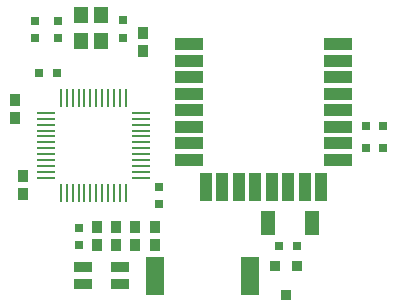
<source format=gbp>
G04*
G04 #@! TF.GenerationSoftware,Altium Limited,Altium Designer,18.1.6 (161)*
G04*
G04 Layer_Color=128*
%FSTAX24Y24*%
%MOIN*%
G70*
G01*
G75*
%ADD16R,0.0295X0.0315*%
%ADD18R,0.0315X0.0295*%
%ADD19R,0.0374X0.0394*%
%ADD42O,0.0098X0.0610*%
%ADD43O,0.0610X0.0098*%
%ADD44R,0.0394X0.0965*%
%ADD45R,0.0965X0.0394*%
%ADD46R,0.0492X0.0787*%
%ADD47R,0.0354X0.0374*%
%ADD48R,0.0630X0.1260*%
%ADD49R,0.0591X0.0354*%
%ADD50R,0.0472X0.0551*%
D16*
X006358Y004488D02*
D03*
Y003898D02*
D03*
X009055Y005856D02*
D03*
Y005266D02*
D03*
X005679Y010797D02*
D03*
Y011388D02*
D03*
X004911D02*
D03*
Y010797D02*
D03*
X007854Y010807D02*
D03*
Y011398D02*
D03*
D18*
X015925Y007156D02*
D03*
X016516D02*
D03*
X015925Y007884D02*
D03*
X016516D02*
D03*
X013642Y003868D02*
D03*
X013051D02*
D03*
X005049Y009646D02*
D03*
X00564D02*
D03*
D19*
X004242Y00874D02*
D03*
Y00815D02*
D03*
X006989Y004498D02*
D03*
Y003907D02*
D03*
X007615Y004498D02*
D03*
Y003907D02*
D03*
X008242Y004498D02*
D03*
Y003907D02*
D03*
X008917Y004498D02*
D03*
Y003907D02*
D03*
X004508Y00561D02*
D03*
Y006201D02*
D03*
X008514Y010965D02*
D03*
Y010374D02*
D03*
D42*
X005768Y008819D02*
D03*
X005965D02*
D03*
X006161D02*
D03*
X006358D02*
D03*
X006555D02*
D03*
X006752D02*
D03*
X006949D02*
D03*
X007146D02*
D03*
X007343D02*
D03*
X007539D02*
D03*
X007736D02*
D03*
X007933D02*
D03*
Y00565D02*
D03*
X007736D02*
D03*
X007539D02*
D03*
X007343D02*
D03*
X007146D02*
D03*
X006949D02*
D03*
X006752D02*
D03*
X006555D02*
D03*
X006358D02*
D03*
X006161D02*
D03*
X005965D02*
D03*
X005768D02*
D03*
D43*
X008435Y008317D02*
D03*
Y00812D02*
D03*
Y007923D02*
D03*
Y007726D02*
D03*
Y00753D02*
D03*
Y007333D02*
D03*
Y007136D02*
D03*
Y006939D02*
D03*
Y006742D02*
D03*
Y006545D02*
D03*
Y006348D02*
D03*
Y006152D02*
D03*
X005266D02*
D03*
Y006348D02*
D03*
Y006545D02*
D03*
Y006742D02*
D03*
Y006939D02*
D03*
Y007136D02*
D03*
Y007333D02*
D03*
Y00753D02*
D03*
Y007726D02*
D03*
Y007923D02*
D03*
Y00812D02*
D03*
Y008317D02*
D03*
D44*
X014449Y005846D02*
D03*
X013898D02*
D03*
X013346D02*
D03*
X012795D02*
D03*
X012244D02*
D03*
X011693D02*
D03*
X011142D02*
D03*
X010591D02*
D03*
D45*
X010041Y010608D02*
D03*
Y010057D02*
D03*
Y009506D02*
D03*
Y008955D02*
D03*
Y008404D02*
D03*
Y007852D02*
D03*
Y007301D02*
D03*
Y00675D02*
D03*
X014998D02*
D03*
Y007301D02*
D03*
Y007852D02*
D03*
Y008404D02*
D03*
Y008955D02*
D03*
Y009506D02*
D03*
Y010057D02*
D03*
Y010608D02*
D03*
D46*
X014134Y004636D02*
D03*
X012657D02*
D03*
D47*
X012894Y003228D02*
D03*
X013268Y002244D02*
D03*
X013642Y003228D02*
D03*
D48*
X012067Y002894D02*
D03*
X008917D02*
D03*
D49*
X007726Y003182D02*
D03*
Y002625D02*
D03*
X006506Y003182D02*
D03*
Y002624D02*
D03*
D50*
X007106Y011565D02*
D03*
X006437D02*
D03*
Y010699D02*
D03*
X007106D02*
D03*
M02*

</source>
